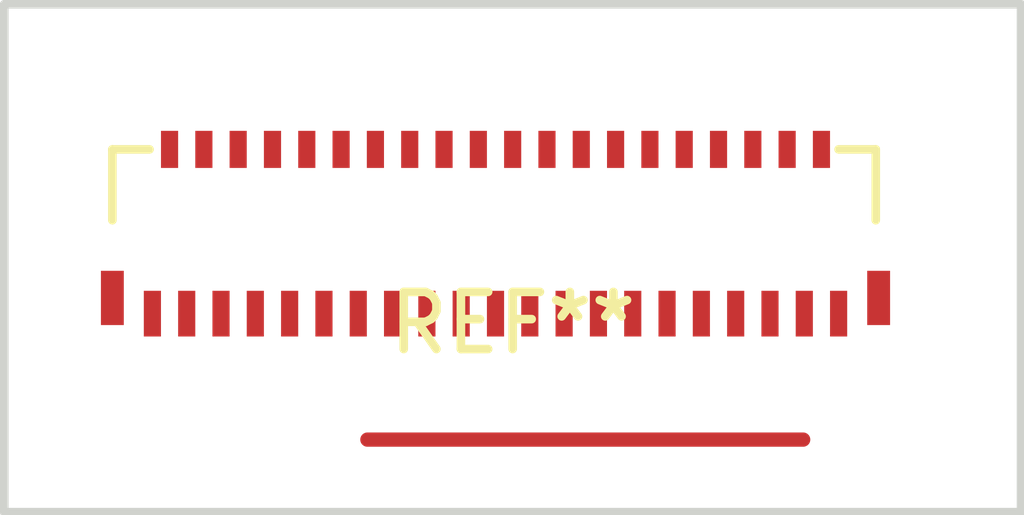
<source format=kicad_pcb>
(kicad_pcb (version 4) (host pcbnew 4.0.4-stable)

  (general
    (links 0)
    (no_connects 0)
    (area 38.32 29.955 52.52 35.885002)
    (thickness 1.6)
    (drawings 4)
    (tracks 1)
    (zones 0)
    (modules 1)
    (nets 1)
  )

  (page A4)
  (layers
    (0 F.Cu signal)
    (31 B.Cu signal)
    (32 B.Adhes user)
    (33 F.Adhes user)
    (34 B.Paste user)
    (35 F.Paste user)
    (36 B.SilkS user)
    (37 F.SilkS user)
    (38 B.Mask user)
    (39 F.Mask user)
    (40 Dwgs.User user)
    (41 Cmts.User user)
    (42 Eco1.User user)
    (43 Eco2.User user)
    (44 Edge.Cuts user)
    (45 Margin user)
    (46 B.CrtYd user)
    (47 F.CrtYd user)
    (48 B.Fab user)
    (49 F.Fab user)
  )

  (setup
    (last_trace_width 0.25)
    (trace_clearance 0.2)
    (zone_clearance 0.508)
    (zone_45_only no)
    (trace_min 0.2)
    (segment_width 0.2)
    (edge_width 0.15)
    (via_size 0.6)
    (via_drill 0.4)
    (via_min_size 0.4)
    (via_min_drill 0.3)
    (uvia_size 0.3)
    (uvia_drill 0.1)
    (uvias_allowed no)
    (uvia_min_size 0.2)
    (uvia_min_drill 0.1)
    (pcb_text_width 0.3)
    (pcb_text_size 1.5 1.5)
    (mod_edge_width 0.15)
    (mod_text_size 1 1)
    (mod_text_width 0.15)
    (pad_size 1.524 1.524)
    (pad_drill 0.762)
    (pad_to_mask_clearance 0.2)
    (aux_axis_origin 0 0)
    (visible_elements FFFFFF7F)
    (pcbplotparams
      (layerselection 0x00030_80000001)
      (usegerberextensions false)
      (excludeedgelayer true)
      (linewidth 0.100000)
      (plotframeref false)
      (viasonmask false)
      (mode 1)
      (useauxorigin false)
      (hpglpennumber 1)
      (hpglpenspeed 20)
      (hpglpendiameter 15)
      (hpglpenoverlay 2)
      (psnegative false)
      (psa4output false)
      (plotreference true)
      (plotvalue true)
      (plotinvisibletext false)
      (padsonsilk false)
      (subtractmaskfromsilk false)
      (outputformat 1)
      (mirror false)
      (drillshape 1)
      (scaleselection 1)
      (outputdirectory ""))
  )

  (net 0 "")

  (net_class Default "This is the default net class."
    (clearance 0.2)
    (trace_width 0.25)
    (via_dia 0.6)
    (via_drill 0.4)
    (uvia_dia 0.3)
    (uvia_drill 0.1)
  )

  (module custom1:custom1 (layer F.Cu) (tedit 57D4DEE1) (tstamp 57D8C014)
    (at 45.72 33.02)
    (fp_text reference REF** (at 0 0.5) (layer F.SilkS)
      (effects (font (size 1 1) (thickness 0.15)))
    )
    (fp_text value custom1 (at 0 -0.5) (layer F.Fab)
      (effects (font (size 1 1) (thickness 0.15)))
    )
    (fp_line (start -6.35 -2.54) (end -7 -2.54) (layer F.SilkS) (width 0.15))
    (fp_line (start -7 -2.54) (end -7 -1.3) (layer F.SilkS) (width 0.15))
    (fp_line (start 5.7 -2.54) (end 6.35 -2.54) (layer F.SilkS) (width 0.15))
    (fp_line (start 6.35 -2.54) (end 6.35 -1.3) (layer F.SilkS) (width 0.15))
    (pad 40 smd rect (at -6 -2.54) (size 0.3 0.65) (layers F.Cu F.Paste F.Mask))
    (pad 38 smd rect (at -5.4 -2.54) (size 0.3 0.65) (layers F.Cu F.Paste F.Mask))
    (pad 36 smd rect (at -4.8 -2.54) (size 0.3 0.65) (layers F.Cu F.Paste F.Mask))
    (pad 34 smd rect (at -4.2 -2.54) (size 0.3 0.65) (layers F.Cu F.Paste F.Mask))
    (pad 32 smd rect (at -3.6 -2.54) (size 0.3 0.65) (layers F.Cu F.Paste F.Mask))
    (pad 30 smd rect (at -3 -2.54) (size 0.3 0.65) (layers F.Cu F.Paste F.Mask))
    (pad 28 smd rect (at -2.4 -2.54) (size 0.3 0.65) (layers F.Cu F.Paste F.Mask))
    (pad 26 smd rect (at -1.8 -2.54) (size 0.3 0.65) (layers F.Cu F.Paste F.Mask))
    (pad 24 smd rect (at -1.2 -2.54) (size 0.3 0.65) (layers F.Cu F.Paste F.Mask))
    (pad 22 smd rect (at -0.600001 -2.54) (size 0.3 0.65) (layers F.Cu F.Paste F.Mask))
    (pad 20 smd rect (at 0 -2.54) (size 0.3 0.65) (layers F.Cu F.Paste F.Mask))
    (pad 18 smd rect (at 0.6 -2.54) (size 0.3 0.65) (layers F.Cu F.Paste F.Mask))
    (pad 16 smd rect (at 1.2 -2.54) (size 0.3 0.65) (layers F.Cu F.Paste F.Mask))
    (pad 14 smd rect (at 1.8 -2.54) (size 0.3 0.65) (layers F.Cu F.Paste F.Mask))
    (pad 12 smd rect (at 2.4 -2.54) (size 0.3 0.65) (layers F.Cu F.Paste F.Mask))
    (pad 10 smd rect (at 3 -2.54) (size 0.3 0.65) (layers F.Cu F.Paste F.Mask))
    (pad 8 smd rect (at 3.6 -2.54) (size 0.3 0.65) (layers F.Cu F.Paste F.Mask))
    (pad 6 smd rect (at 4.2 -2.54) (size 0.3 0.65) (layers F.Cu F.Paste F.Mask))
    (pad 4 smd rect (at 4.8 -2.54) (size 0.3 0.65) (layers F.Cu F.Paste F.Mask))
    (pad 2 smd rect (at 5.4 -2.54) (size 0.3 0.65) (layers F.Cu F.Paste F.Mask))
    (pad 0 smd rect (at -7 0.06) (size 0.4 0.95) (layers F.Cu F.Paste F.Mask))
    (pad 41 smd rect (at -6.3 0.335) (size 0.3 0.8) (layers F.Cu F.Paste F.Mask))
    (pad 39 smd rect (at -5.7 0.335) (size 0.3 0.8) (layers F.Cu F.Paste F.Mask))
    (pad 37 smd rect (at -5.1 0.335) (size 0.3 0.8) (layers F.Cu F.Paste F.Mask))
    (pad 35 smd rect (at -4.5 0.335) (size 0.3 0.8) (layers F.Cu F.Paste F.Mask))
    (pad 33 smd rect (at -3.9 0.335) (size 0.3 0.8) (layers F.Cu F.Paste F.Mask))
    (pad 31 smd rect (at -3.3 0.335) (size 0.3 0.8) (layers F.Cu F.Paste F.Mask))
    (pad 29 smd rect (at -2.7 0.335) (size 0.3 0.8) (layers F.Cu F.Paste F.Mask))
    (pad 27 smd rect (at -2.1 0.335) (size 0.3 0.8) (layers F.Cu F.Paste F.Mask))
    (pad 25 smd rect (at -1.5 0.335) (size 0.3 0.8) (layers F.Cu F.Paste F.Mask))
    (pad 23 smd rect (at -0.900001 0.335) (size 0.3 0.8) (layers F.Cu F.Paste F.Mask))
    (pad 21 smd rect (at -0.300001 0.335) (size 0.3 0.8) (layers F.Cu F.Paste F.Mask))
    (pad 19 smd rect (at 0.299999 0.335) (size 0.3 0.8) (layers F.Cu F.Paste F.Mask))
    (pad 17 smd rect (at 0.899999 0.335) (size 0.3 0.8) (layers F.Cu F.Paste F.Mask))
    (pad 15 smd rect (at 1.5 0.335) (size 0.3 0.8) (layers F.Cu F.Paste F.Mask))
    (pad 13 smd rect (at 2.1 0.335) (size 0.3 0.8) (layers F.Cu F.Paste F.Mask))
    (pad 11 smd rect (at 2.7 0.335) (size 0.3 0.8) (layers F.Cu F.Paste F.Mask))
    (pad 9 smd rect (at 3.3 0.335) (size 0.3 0.8) (layers F.Cu F.Paste F.Mask))
    (pad 7 smd rect (at 3.9 0.335) (size 0.3 0.8) (layers F.Cu F.Paste F.Mask))
    (pad 5 smd rect (at 4.5 0.335) (size 0.3 0.8) (layers F.Cu F.Paste F.Mask))
    (pad 3 smd rect (at 5.1 0.335) (size 0.3 0.8) (layers F.Cu F.Paste F.Mask))
    (pad 1 smd rect (at 5.7 0.335) (size 0.3 0.8) (layers F.Cu F.Paste F.Mask))
    (pad 0 smd rect (at 6.4 0.06) (size 0.4 0.95) (layers F.Cu F.Paste F.Mask))
  )

  (gr_line (start 36.83 36.83) (end 36.83 27.94) (angle 90) (layer Edge.Cuts) (width 0.15))
  (gr_line (start 54.61 36.83) (end 36.83 36.83) (angle 90) (layer Edge.Cuts) (width 0.15))
  (gr_line (start 54.61 27.94) (end 54.61 36.83) (angle 90) (layer Edge.Cuts) (width 0.15))
  (gr_line (start 36.83 27.94) (end 54.61 27.94) (angle 90) (layer Edge.Cuts) (width 0.15))

  (segment (start 43.18 35.56) (end 50.8 35.56) (width 0.25) (layer F.Cu) (net 0))

)

</source>
